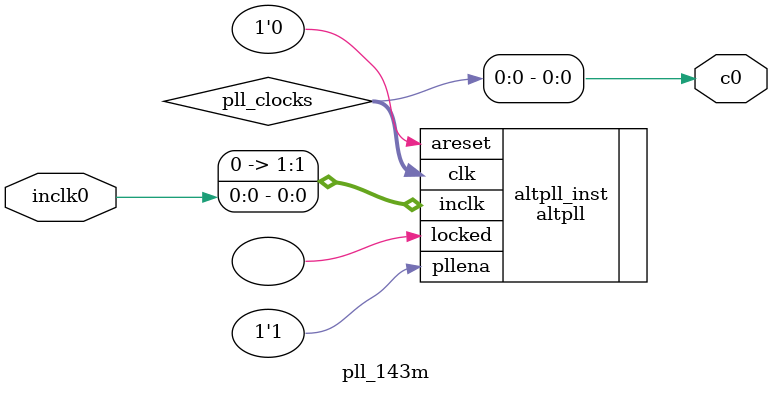
<source format=v>
module pll_143m
(
    inclk0, c0
);

    // Module ports
    input   inclk0;
    output  c0;

    // Internal signals
	wire [4:0] pll_clocks;
	assign c0 = pll_clocks[0];

    altpll altpll_inst
    (
        .inclk({1'b0, inclk0}),
		.areset(1'b0),
        .pllena(1'b1),
        .clk(pll_clocks),
		.locked()
    );
	 
	defparam	altpll_inst.bandwidth_type			= "AUTO",
				altpll_inst.width_clock				= 5,
				altpll_inst.clk0_divide_by			= 36,
				altpll_inst.clk0_duty_cycle			= 50,
				altpll_inst.clk0_multiply_by 		= 103, 
				altpll_inst.clk0_phase_shift 		= "0",
				altpll_inst.compensate_clock 		= "CLK0",
				altpll_inst.inclk0_input_frequency 	= 20000, // 50 MHz
				altpll_inst.intended_device_family 	= "Cyclone IV E",
				altpll_inst.lpm_hint 				= "CBX_MODULE_PREFIX=pll_143m",
				altpll_inst.lpm_type 				= "altpll",
				altpll_inst.operation_mode 			= "NORMAL",
				altpll_inst.pll_type 				= "AUTO",
				altpll_inst.port_activeclock 		= "PORT_UNUSED",
				altpll_inst.port_areset 			= "PORT_UNUSED",
				altpll_inst.port_clkbad0 			= "PORT_UNUSED",
				altpll_inst.port_clkbad1 			= "PORT_UNUSED",
				altpll_inst.port_clkloss 			= "PORT_UNUSED",
				altpll_inst.port_clkswitch 			= "PORT_UNUSED",
				altpll_inst.port_configupdate 		= "PORT_UNUSED",
				altpll_inst.port_fbin 				= "PORT_UNUSED",
				altpll_inst.port_inclk0 			= "PORT_USED",
				altpll_inst.port_inclk1 			= "PORT_UNUSED",
				altpll_inst.port_locked 			= "PORT_UNUSED",
				altpll_inst.port_pfdena 			= "PORT_UNUSED",
				altpll_inst.port_phasecounterselect = "PORT_UNUSED",
				altpll_inst.port_phasedone 			= "PORT_UNUSED",
				altpll_inst.port_phasestep 			= "PORT_UNUSED",
				altpll_inst.port_phaseupdown 		= "PORT_UNUSED",
				altpll_inst.port_pllena 			= "PORT_UNUSED",
				altpll_inst.port_scanaclr 			= "PORT_UNUSED",
				altpll_inst.port_scanclk 			= "PORT_UNUSED",
				altpll_inst.port_scanclkena 		= "PORT_UNUSED",
				altpll_inst.port_scandata 			= "PORT_UNUSED",
				altpll_inst.port_scandataout 		= "PORT_UNUSED",
				altpll_inst.port_scandone 			= "PORT_UNUSED",
				altpll_inst.port_scanread 			= "PORT_UNUSED",
				altpll_inst.port_scanwrite 			= "PORT_UNUSED",
				altpll_inst.port_clk0 				= "PORT_USED",
				altpll_inst.port_clk1 				= "PORT_UNUSED",
				altpll_inst.port_clk2 				= "PORT_UNUSED",
				altpll_inst.port_clk3 				= "PORT_UNUSED",
				altpll_inst.port_clk4 				= "PORT_UNUSED",
				altpll_inst.port_clk5 				= "PORT_UNUSED",
				altpll_inst.port_clkena0 			= "PORT_UNUSED",
				altpll_inst.port_clkena1 			= "PORT_UNUSED",
				altpll_inst.port_clkena2 			= "PORT_UNUSED",
				altpll_inst.port_clkena3 			= "PORT_UNUSED",
				altpll_inst.port_clkena4 			= "PORT_UNUSED",
				altpll_inst.port_clkena5 			= "PORT_UNUSED",
				altpll_inst.port_extclk0 			= "PORT_UNUSED",
				altpll_inst.port_extclk1 			= "PORT_UNUSED",
				altpll_inst.port_extclk2 			= "PORT_UNUSED",
				altpll_inst.port_extclk3 			= "PORT_UNUSED";
endmodule
</source>
